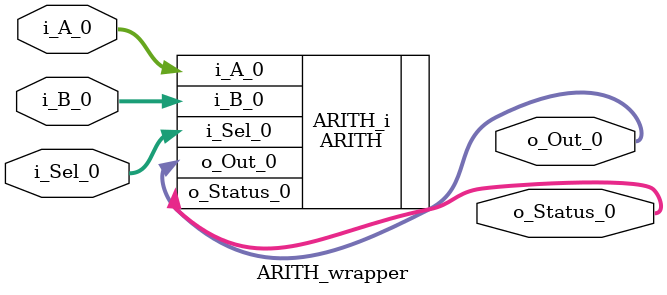
<source format=v>
`timescale 1 ps / 1 ps

module ARITH_wrapper
   (i_A_0,
    i_B_0,
    i_Sel_0,
    o_Out_0,
    o_Status_0);
  input [7:0]i_A_0;
  input [7:0]i_B_0;
  input [2:0]i_Sel_0;
  output [7:0]o_Out_0;
  output [3:0]o_Status_0;

  wire [7:0]i_A_0;
  wire [7:0]i_B_0;
  wire [2:0]i_Sel_0;
  wire [7:0]o_Out_0;
  wire [3:0]o_Status_0;

  ARITH ARITH_i
       (.i_A_0(i_A_0),
        .i_B_0(i_B_0),
        .i_Sel_0(i_Sel_0),
        .o_Out_0(o_Out_0),
        .o_Status_0(o_Status_0));
endmodule

</source>
